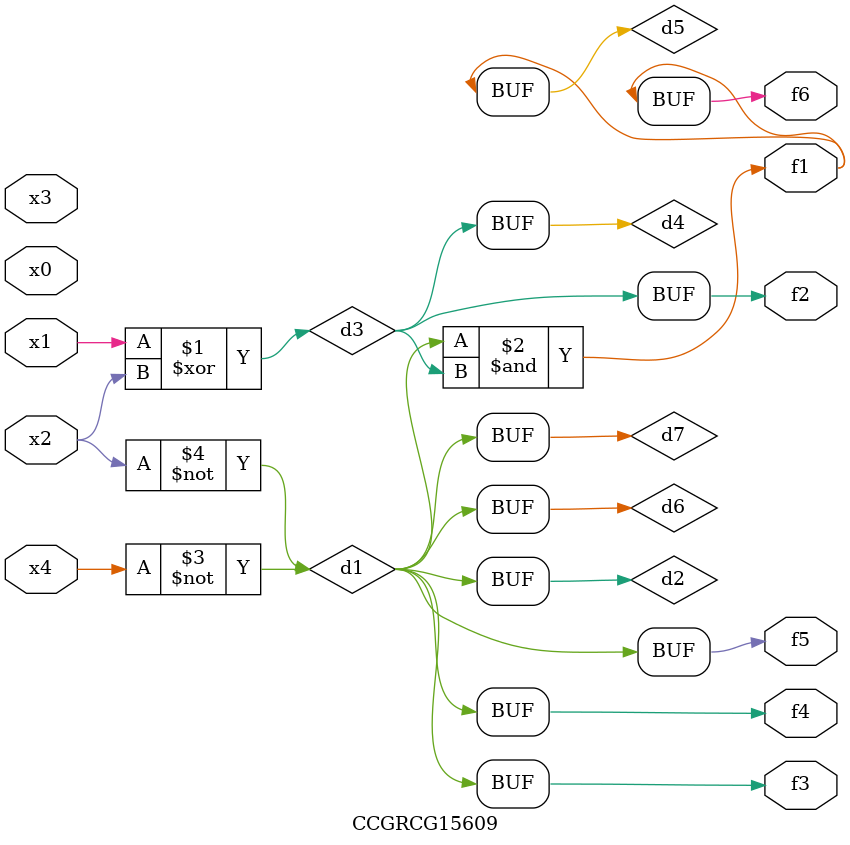
<source format=v>
module CCGRCG15609(
	input x0, x1, x2, x3, x4,
	output f1, f2, f3, f4, f5, f6
);

	wire d1, d2, d3, d4, d5, d6, d7;

	not (d1, x4);
	not (d2, x2);
	xor (d3, x1, x2);
	buf (d4, d3);
	and (d5, d1, d3);
	buf (d6, d1, d2);
	buf (d7, d2);
	assign f1 = d5;
	assign f2 = d4;
	assign f3 = d7;
	assign f4 = d7;
	assign f5 = d7;
	assign f6 = d5;
endmodule

</source>
